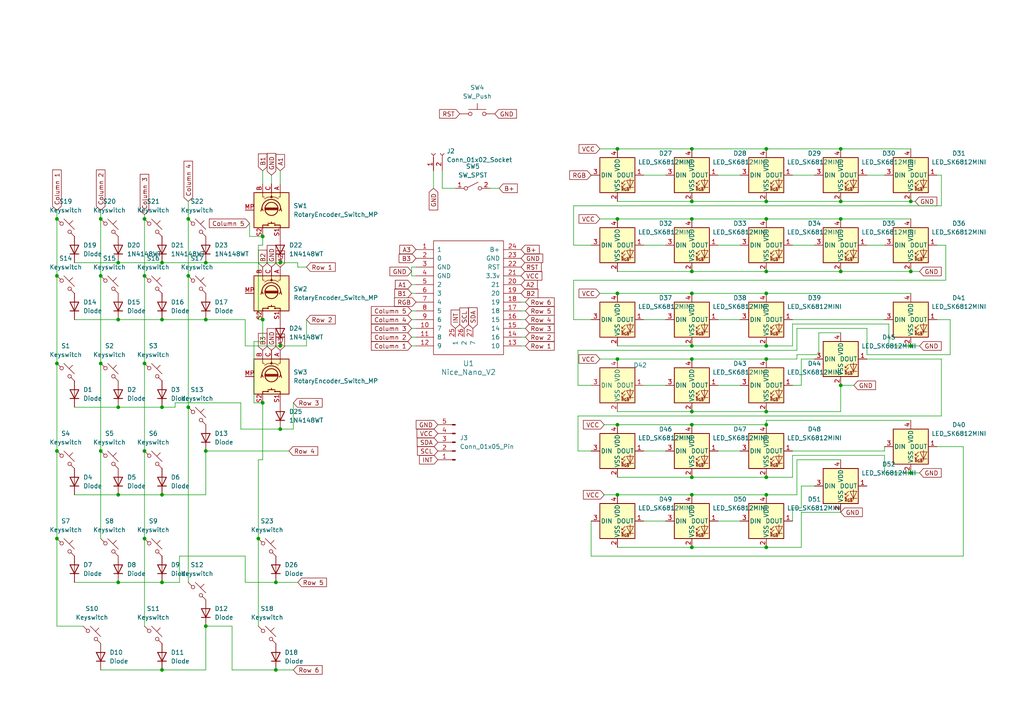
<source format=kicad_sch>
(kicad_sch (version 20231120) (generator "eeschema") (generator_version "8.0")
  (paper "A4")
  (junction (at 200.66 119.38))
  (junction (at 41.91 63.5))
  (junction (at 29.21 63.5))
  (junction (at 46.99 143.51))
  (junction (at 222.25 43.18))
  (junction (at 34.29 168.91))
  (junction (at 222.25 78.74))
  (junction (at 41.91 80.01))
  (junction (at 222.25 58.42))
  (junction (at 179.07 123.19))
  (junction (at 54.61 118.11))
  (junction (at 222.25 143.51))
  (junction (at 29.21 130.81))
  (junction (at 80.01 194.31))
  (junction (at 34.29 143.51))
  (junction (at 222.25 138.43))
  (junction (at 243.84 78.74))
  (junction (at 222.25 123.19))
  (junction (at 200.66 78.74))
  (junction (at 16.51 105.41))
  (junction (at 29.21 80.01))
  (junction (at 222.25 119.38))
  (junction (at 59.69 181.61))
  (junction (at 243.84 111.76))
  (junction (at 222.25 85.09))
  (junction (at 222.25 100.33))
  (junction (at 54.61 80.01))
  (junction (at 16.51 63.5))
  (junction (at 179.07 63.5))
  (junction (at 179.07 85.09))
  (junction (at 76.2 68.58))
  (junction (at 34.29 92.71))
  (junction (at 16.51 130.81))
  (junction (at 74.93 156.21))
  (junction (at 264.16 78.74))
  (junction (at 34.29 118.11))
  (junction (at 200.66 104.14))
  (junction (at 76.2 92.71))
  (junction (at 16.51 80.01))
  (junction (at 59.69 76.2))
  (junction (at 200.66 43.18))
  (junction (at 46.99 194.31))
  (junction (at 200.66 158.75))
  (junction (at 264.16 58.42))
  (junction (at 59.69 92.71))
  (junction (at 46.99 168.91))
  (junction (at 243.84 63.5))
  (junction (at 81.28 76.2))
  (junction (at 264.16 137.16))
  (junction (at 54.61 63.5))
  (junction (at 46.99 118.11))
  (junction (at 200.66 143.51))
  (junction (at 41.91 130.81))
  (junction (at 80.01 168.91))
  (junction (at 200.66 123.19))
  (junction (at 179.07 143.51))
  (junction (at 46.99 92.71))
  (junction (at 81.28 100.33))
  (junction (at 200.66 63.5))
  (junction (at 200.66 138.43))
  (junction (at 29.21 105.41))
  (junction (at 200.66 85.09))
  (junction (at 222.25 63.5))
  (junction (at 179.07 104.14))
  (junction (at 41.91 156.21))
  (junction (at 222.25 158.75))
  (junction (at 200.66 58.42))
  (junction (at 34.29 76.2))
  (junction (at 200.66 100.33))
  (junction (at 81.28 124.46))
  (junction (at 16.51 156.21))
  (junction (at 41.91 105.41))
  (junction (at 243.84 43.18))
  (junction (at 243.84 58.42))
  (junction (at 179.07 43.18))
  (junction (at 59.69 130.81))
  (junction (at 46.99 76.2))
  (junction (at 76.2 116.84))
  (junction (at 264.16 100.33))
  (junction (at 222.25 104.14))
  (wire (pts (xy 54.61 58.42) (xy 54.61 63.5)))
  (wire (pts (xy 69.85 116.84) (xy 50.8 116.84)))
  (wire (pts (xy 73.66 116.84) (xy 76.2 116.84)))
  (wire (pts (xy 166.37 59.69) (xy 166.37 71.12)))
  (wire (pts (xy 29.21 63.5) (xy 29.21 80.01)))
  (wire (pts (xy 256.54 130.81) (xy 256.54 129.54)))
  (wire (pts (xy 179.07 78.74) (xy 200.66 78.74)))
  (wire (pts (xy 41.91 63.5) (xy 41.91 80.01)))
  (wire (pts (xy 186.69 71.12) (xy 193.04 71.12)))
  (wire (pts (xy 152.4 100.33) (xy 151.13 100.33)))
  (wire (pts (xy 74.93 133.35) (xy 76.2 133.35)))
  (wire (pts (xy 29.21 194.31) (xy 46.99 194.31)))
  (wire (pts (xy 208.28 151.13) (xy 214.63 151.13)))
  (wire (pts (xy 46.99 92.71) (xy 59.69 92.71)))
  (wire (pts (xy 231.14 143.51) (xy 231.14 133.35)))
  (wire (pts (xy 21.59 118.11) (xy 34.29 118.11)))
  (wire (pts (xy 67.31 194.31) (xy 80.01 194.31)))
  (wire (pts (xy 74.93 156.21) (xy 74.93 181.61)))
  (wire (pts (xy 125.73 54.61) (xy 125.73 49.53)))
  (wire (pts (xy 222.25 58.42) (xy 243.84 58.42)))
  (wire (pts (xy 232.41 158.75) (xy 232.41 148.59)))
  (wire (pts (xy 243.84 78.74) (xy 264.16 78.74)))
  (wire (pts (xy 119.38 80.01) (xy 120.65 80.01)))
  (wire (pts (xy 167.64 120.65) (xy 167.64 130.81)))
  (wire (pts (xy 173.99 63.5) (xy 179.07 63.5)))
  (wire (pts (xy 237.49 102.87) (xy 237.49 96.52)))
  (wire (pts (xy 152.4 87.63) (xy 151.13 87.63)))
  (wire (pts (xy 21.59 168.91) (xy 34.29 168.91)))
  (wire (pts (xy 29.21 105.41) (xy 29.21 130.81)))
  (wire (pts (xy 34.29 143.51) (xy 46.99 143.51)))
  (wire (pts (xy 271.78 71.12) (xy 274.32 71.12)))
  (wire (pts (xy 179.07 138.43) (xy 200.66 138.43)))
  (wire (pts (xy 85.09 194.31) (xy 80.01 194.31)))
  (wire (pts (xy 229.87 147.32) (xy 229.87 151.13)))
  (wire (pts (xy 179.07 123.19) (xy 200.66 123.19)))
  (wire (pts (xy 232.41 104.14) (xy 232.41 111.76)))
  (wire (pts (xy 76.2 71.12) (xy 76.2 68.58)))
  (wire (pts (xy 166.37 81.28) (xy 166.37 92.71)))
  (wire (pts (xy 128.27 54.61) (xy 128.27 49.53)))
  (wire (pts (xy 229.87 92.71) (xy 256.54 92.71)))
  (wire (pts (xy 236.22 104.14) (xy 232.41 104.14)))
  (wire (pts (xy 222.25 119.38) (xy 243.84 119.38)))
  (wire (pts (xy 119.38 82.55) (xy 120.65 82.55)))
  (wire (pts (xy 229.87 93.98) (xy 257.81 93.98)))
  (wire (pts (xy 264.16 137.16) (xy 266.7 137.16)))
  (wire (pts (xy 119.38 92.71) (xy 120.65 92.71)))
  (wire (pts (xy 152.4 95.25) (xy 151.13 95.25)))
  (wire (pts (xy 222.25 121.92) (xy 222.25 123.19)))
  (wire (pts (xy 274.32 71.12) (xy 274.32 81.28)))
  (wire (pts (xy 179.07 58.42) (xy 200.66 58.42)))
  (wire (pts (xy 46.99 168.91) (xy 52.07 168.91)))
  (wire (pts (xy 76.2 133.35) (xy 76.2 116.84)))
  (wire (pts (xy 200.66 143.51) (xy 222.25 143.51)))
  (wire (pts (xy 273.05 50.8) (xy 273.05 59.69)))
  (wire (pts (xy 208.28 71.12) (xy 214.63 71.12)))
  (wire (pts (xy 76.2 99.06) (xy 73.66 99.06)))
  (wire (pts (xy 271.78 50.8) (xy 273.05 50.8)))
  (wire (pts (xy 59.69 92.71) (xy 71.12 92.71)))
  (wire (pts (xy 256.54 137.16) (xy 264.16 137.16)))
  (wire (pts (xy 275.59 102.87) (xy 251.46 102.87)))
  (wire (pts (xy 200.66 138.43) (xy 222.25 138.43)))
  (wire (pts (xy 179.07 43.18) (xy 200.66 43.18)))
  (wire (pts (xy 231.14 104.14) (xy 231.14 102.87)))
  (wire (pts (xy 69.85 124.46) (xy 69.85 116.84)))
  (wire (pts (xy 72.39 64.77) (xy 72.39 68.58)))
  (wire (pts (xy 152.4 97.79) (xy 151.13 97.79)))
  (wire (pts (xy 46.99 194.31) (xy 59.69 194.31)))
  (wire (pts (xy 232.41 111.76) (xy 229.87 111.76)))
  (wire (pts (xy 54.61 80.01) (xy 54.61 118.11)))
  (wire (pts (xy 273.05 104.14) (xy 251.46 104.14)))
  (wire (pts (xy 119.38 95.25) (xy 120.65 95.25)))
  (wire (pts (xy 81.28 49.53) (xy 81.28 53.34)))
  (wire (pts (xy 83.82 130.81) (xy 59.69 130.81)))
  (wire (pts (xy 81.28 124.46) (xy 69.85 124.46)))
  (wire (pts (xy 229.87 130.81) (xy 256.54 130.81)))
  (wire (pts (xy 74.93 71.12) (xy 74.93 92.71)))
  (wire (pts (xy 243.84 119.38) (xy 243.84 111.76)))
  (wire (pts (xy 243.84 58.42) (xy 264.16 58.42)))
  (wire (pts (xy 171.45 161.29) (xy 171.45 151.13)))
  (wire (pts (xy 74.93 92.71) (xy 76.2 92.71)))
  (wire (pts (xy 46.99 76.2) (xy 59.69 76.2)))
  (wire (pts (xy 186.69 151.13) (xy 193.04 151.13)))
  (wire (pts (xy 29.21 80.01) (xy 29.21 105.41)))
  (wire (pts (xy 186.69 130.81) (xy 193.04 130.81)))
  (wire (pts (xy 59.69 143.51) (xy 59.69 130.81)))
  (wire (pts (xy 222.25 104.14) (xy 231.14 104.14)))
  (wire (pts (xy 173.99 43.18) (xy 179.07 43.18)))
  (wire (pts (xy 279.4 129.54) (xy 279.4 161.29)))
  (wire (pts (xy 21.59 76.2) (xy 34.29 76.2)))
  (wire (pts (xy 52.07 161.29) (xy 71.12 161.29)))
  (wire (pts (xy 167.64 101.6) (xy 167.64 111.76)))
  (wire (pts (xy 71.12 92.71) (xy 71.12 100.33)))
  (wire (pts (xy 76.2 49.53) (xy 76.2 53.34)))
  (wire (pts (xy 257.81 93.98) (xy 257.81 100.33)))
  (wire (pts (xy 251.46 50.8) (xy 256.54 50.8)))
  (wire (pts (xy 222.25 85.09) (xy 264.16 85.09)))
  (wire (pts (xy 200.66 100.33) (xy 222.25 100.33)))
  (wire (pts (xy 41.91 130.81) (xy 41.91 156.21)))
  (wire (pts (xy 85.09 124.46) (xy 81.28 124.46)))
  (wire (pts (xy 71.12 168.91) (xy 80.01 168.91)))
  (wire (pts (xy 54.61 63.5) (xy 54.61 80.01)))
  (wire (pts (xy 200.66 158.75) (xy 222.25 158.75)))
  (wire (pts (xy 59.69 181.61) (xy 67.31 181.61)))
  (wire (pts (xy 179.07 100.33) (xy 200.66 100.33)))
  (wire (pts (xy 119.38 90.17) (xy 120.65 90.17)))
  (wire (pts (xy 229.87 50.8) (xy 236.22 50.8)))
  (wire (pts (xy 271.78 92.71) (xy 275.59 92.71)))
  (wire (pts (xy 16.51 60.96) (xy 16.51 63.5)))
  (wire (pts (xy 50.8 116.84) (xy 50.8 118.11)))
  (wire (pts (xy 80.01 168.91) (xy 86.36 168.91)))
  (wire (pts (xy 231.14 101.6) (xy 167.64 101.6)))
  (wire (pts (xy 273.05 59.69) (xy 166.37 59.69)))
  (wire (pts (xy 200.66 78.74) (xy 222.25 78.74)))
  (wire (pts (xy 200.66 104.14) (xy 222.25 104.14)))
  (wire (pts (xy 67.31 194.31) (xy 67.31 181.61)))
  (wire (pts (xy 266.7 100.33) (xy 264.16 100.33)))
  (wire (pts (xy 231.14 95.25) (xy 231.14 101.6)))
  (wire (pts (xy 222.25 138.43) (xy 229.87 138.43)))
  (wire (pts (xy 72.39 68.58) (xy 76.2 68.58)))
  (wire (pts (xy 119.38 100.33) (xy 120.65 100.33)))
  (wire (pts (xy 266.7 78.74) (xy 264.16 78.74)))
  (wire (pts (xy 16.51 181.61) (xy 24.13 181.61)))
  (wire (pts (xy 200.66 43.18) (xy 222.25 43.18)))
  (wire (pts (xy 200.66 119.38) (xy 222.25 119.38)))
  (wire (pts (xy 54.61 118.11) (xy 54.61 168.91)))
  (wire (pts (xy 222.25 78.74) (xy 243.84 78.74)))
  (wire (pts (xy 50.8 118.11) (xy 46.99 118.11)))
  (wire (pts (xy 179.07 104.14) (xy 200.66 104.14)))
  (wire (pts (xy 231.14 133.35) (xy 243.84 133.35)))
  (wire (pts (xy 237.49 96.52) (xy 243.84 96.52)))
  (wire (pts (xy 41.91 80.01) (xy 41.91 105.41)))
  (wire (pts (xy 21.59 143.51) (xy 34.29 143.51)))
  (wire (pts (xy 279.4 161.29) (xy 171.45 161.29)))
  (wire (pts (xy 119.38 77.47) (xy 119.38 80.01)))
  (wire (pts (xy 179.07 63.5) (xy 200.66 63.5)))
  (wire (pts (xy 86.36 76.2) (xy 81.28 76.2)))
  (wire (pts (xy 73.66 99.06) (xy 73.66 116.84)))
  (wire (pts (xy 29.21 130.81) (xy 29.21 156.21)))
  (wire (pts (xy 243.84 43.18) (xy 264.16 43.18)))
  (wire (pts (xy 78.74 50.8) (xy 78.74 53.34)))
  (wire (pts (xy 208.28 50.8) (xy 214.63 50.8)))
  (wire (pts (xy 232.41 140.97) (xy 232.41 147.32)))
  (wire (pts (xy 208.28 92.71) (xy 214.63 92.71)))
  (wire (pts (xy 222.25 43.18) (xy 243.84 43.18)))
  (wire (pts (xy 208.28 130.81) (xy 214.63 130.81)))
  (wire (pts (xy 256.54 132.08) (xy 256.54 137.16)))
  (wire (pts (xy 41.91 62.23) (xy 41.91 63.5)))
  (wire (pts (xy 59.69 76.2) (xy 81.28 76.2)))
  (wire (pts (xy 229.87 93.98) (xy 229.87 100.33)))
  (wire (pts (xy 257.81 100.33) (xy 264.16 100.33)))
  (wire (pts (xy 222.25 63.5) (xy 243.84 63.5)))
  (wire (pts (xy 16.51 105.41) (xy 16.51 130.81)))
  (wire (pts (xy 200.66 63.5) (xy 222.25 63.5)))
  (wire (pts (xy 274.32 81.28) (xy 166.37 81.28)))
  (wire (pts (xy 275.59 92.71) (xy 275.59 102.87)))
  (wire (pts (xy 179.07 143.51) (xy 200.66 143.51)))
  (wire (pts (xy 34.29 118.11) (xy 46.99 118.11)))
  (wire (pts (xy 132.08 54.61) (xy 128.27 54.61)))
  (wire (pts (xy 86.36 77.47) (xy 88.9 77.47)))
  (wire (pts (xy 88.9 100.33) (xy 88.9 92.71)))
  (wire (pts (xy 173.99 104.14) (xy 179.07 104.14)))
  (wire (pts (xy 119.38 85.09) (xy 120.65 85.09)))
  (wire (pts (xy 251.46 95.25) (xy 231.14 95.25)))
  (wire (pts (xy 231.14 102.87) (xy 237.49 102.87)))
  (wire (pts (xy 16.51 80.01) (xy 16.51 105.41)))
  (wire (pts (xy 264.16 121.92) (xy 222.25 121.92)))
  (wire (pts (xy 229.87 71.12) (xy 236.22 71.12)))
  (wire (pts (xy 251.46 102.87) (xy 251.46 95.25)))
  (wire (pts (xy 222.25 158.75) (xy 232.41 158.75)))
  (wire (pts (xy 208.28 111.76) (xy 214.63 111.76)))
  (wire (pts (xy 21.59 92.71) (xy 34.29 92.71)))
  (wire (pts (xy 229.87 138.43) (xy 229.87 132.08)))
  (wire (pts (xy 85.09 116.84) (xy 85.09 124.46)))
  (wire (pts (xy 74.93 71.12) (xy 76.2 71.12)))
  (wire (pts (xy 171.45 71.12) (xy 166.37 71.12)))
  (wire (pts (xy 120.65 77.47) (xy 119.38 77.47)))
  (wire (pts (xy 251.46 71.12) (xy 256.54 71.12)))
  (wire (pts (xy 222.25 143.51) (xy 231.14 143.51)))
  (wire (pts (xy 186.69 111.76) (xy 193.04 111.76)))
  (wire (pts (xy 41.91 105.41) (xy 41.91 130.81)))
  (wire (pts (xy 142.24 54.61) (xy 144.78 54.61)))
  (wire (pts (xy 179.07 119.38) (xy 200.66 119.38)))
  (wire (pts (xy 264.16 58.42) (xy 265.43 58.42)))
  (wire (pts (xy 52.07 168.91) (xy 52.07 161.29)))
  (wire (pts (xy 175.26 123.19) (xy 179.07 123.19)))
  (wire (pts (xy 200.66 123.19) (xy 222.25 123.19)))
  (wire (pts (xy 236.22 140.97) (xy 232.41 140.97)))
  (wire (pts (xy 46.99 143.51) (xy 59.69 143.51)))
  (wire (pts (xy 152.4 92.71) (xy 151.13 92.71)))
  (wire (pts (xy 16.51 63.5) (xy 16.51 80.01)))
  (wire (pts (xy 86.36 77.47) (xy 86.36 76.2)))
  (wire (pts (xy 222.25 100.33) (xy 229.87 100.33)))
  (wire (pts (xy 81.28 100.33) (xy 88.9 100.33)))
  (wire (pts (xy 34.29 92.71) (xy 46.99 92.71)))
  (wire (pts (xy 167.64 130.81) (xy 171.45 130.81)))
  (wire (pts (xy 71.12 100.33) (xy 81.28 100.33)))
  (wire (pts (xy 243.84 63.5) (xy 264.16 63.5)))
  (wire (pts (xy 179.07 85.09) (xy 173.99 85.09)))
  (wire (pts (xy 34.29 168.91) (xy 46.99 168.91)))
  (wire (pts (xy 74.93 156.21) (xy 74.93 133.35)))
  (wire (pts (xy 16.51 130.81) (xy 16.51 156.21)))
  (wire (pts (xy 59.69 194.31) (xy 59.69 181.61)))
  (wire (pts (xy 41.91 156.21) (xy 41.91 181.61)))
  (wire (pts (xy 119.38 97.79) (xy 120.65 97.79)))
  (wire (pts (xy 243.84 111.76) (xy 247.65 111.76)))
  (wire (pts (xy 222.25 85.09) (xy 200.66 85.09)))
  (wire (pts (xy 166.37 92.71) (xy 171.45 92.71)))
  (wire (pts (xy 171.45 111.76) (xy 167.64 111.76)))
  (wire (pts (xy 34.29 76.2) (xy 46.99 76.2)))
  (wire (pts (xy 200.66 85.09) (xy 179.07 85.09)))
  (wire (pts (xy 271.78 129.54) (xy 279.4 129.54)))
  (wire (pts (xy 186.69 92.71) (xy 193.04 92.71)))
  (wire (pts (xy 71.12 161.29) (xy 71.12 168.91)))
  (wire (pts (xy 232.41 148.59) (xy 243.84 148.59)))
  (wire (pts (xy 273.05 104.14) (xy 273.05 120.65)))
  (wire (pts (xy 76.2 92.71) (xy 76.2 99.06)))
  (wire (pts (xy 200.66 58.42) (xy 222.25 58.42)))
  (wire (pts (xy 179.07 158.75) (xy 200.66 158.75)))
  (wire (pts (xy 186.69 50.8) (xy 193.04 50.8)))
  (wire (pts (xy 29.21 60.96) (xy 29.21 63.5)))
  (wire (pts (xy 175.26 143.51) (xy 179.07 143.51)))
  (wire (pts (xy 229.87 132.08) (xy 256.54 132.08)))
  (wire (pts (xy 232.41 147.32) (xy 229.87 147.32)))
  (wire (pts (xy 273.05 120.65) (xy 167.64 120.65)))
  (wire (pts (xy 16.51 156.21) (xy 16.51 181.61)))
  (wire (pts (xy 152.4 90.17) (xy 151.13 90.17)))
  (global_label "Column 3" (shape input) (at 41.91 62.23 90) (property "Intersheetrefs" "${INTERSHEET_REFS}" (effects (hide yes))))
  (global_label "VCC" (shape input) (at 151.13 80.01 0) (property "Intersheetrefs" "${INTERSHEET_REFS}" (effects (hide yes))))
  (global_label "B1" (shape input) (at 119.38 85.09 180) (property "Intersheetrefs" "${INTERSHEET_REFS}" (effects (hide yes))))
  (global_label "B1" (shape input) (at 76.2 49.53 90) (property "Intersheetrefs" "${INTERSHEET_REFS}" (effects (hide yes))))
  (global_label "Column 3" (shape input) (at 119.38 95.25 180) (property "Intersheetrefs" "${INTERSHEET_REFS}" (effects (hide yes))))
  (global_label "Column 2" (shape input) (at 119.38 97.79 180) (property "Intersheetrefs" "${INTERSHEET_REFS}" (effects (hide yes))))
  (global_label "SDA" (shape input) (at 127 128.27 180) (property "Intersheetrefs" "${INTERSHEET_REFS}" (effects (hide yes))))
  (global_label "Row 5" (shape input) (at 152.4 90.17 0) (property "Intersheetrefs" "${INTERSHEET_REFS}" (effects (hide yes))))
  (global_label "GND" (shape input) (at 78.74 50.8 90) (property "Intersheetrefs" "${INTERSHEET_REFS}" (effects (hide yes))))
  (global_label "INT" (shape input) (at 132.08 95.25 90) (property "Intersheetrefs" "${INTERSHEET_REFS}" (effects (hide yes))))
  (global_label "VCC" (shape input) (at 173.99 104.14 180) (property "Intersheetrefs" "${INTERSHEET_REFS}" (effects (hide yes))))
  (global_label "Column 4" (shape input) (at 119.38 92.71 180) (property "Intersheetrefs" "${INTERSHEET_REFS}" (effects (hide yes))))
  (global_label "Row 1" (shape input) (at 152.4 100.33 0) (property "Intersheetrefs" "${INTERSHEET_REFS}" (effects (hide yes))))
  (global_label "SCL" (shape input) (at 127 130.81 180) (property "Intersheetrefs" "${INTERSHEET_REFS}" (effects (hide yes))))
  (global_label "GND" (shape input) (at 265.43 58.42 0) (property "Intersheetrefs" "${INTERSHEET_REFS}" (effects (hide yes))))
  (global_label "Row 1" (shape input) (at 88.9 77.47 0) (property "Intersheetrefs" "${INTERSHEET_REFS}" (effects (hide yes))))
  (global_label "Row 3" (shape input) (at 152.4 95.25 0) (property "Intersheetrefs" "${INTERSHEET_REFS}" (effects (hide yes))))
  (global_label "Column 2" (shape input) (at 29.21 60.96 90) (property "Intersheetrefs" "${INTERSHEET_REFS}" (effects (hide yes))))
  (global_label "Row 4" (shape input) (at 152.4 92.71 0) (property "Intersheetrefs" "${INTERSHEET_REFS}" (effects (hide yes))))
  (global_label "GND" (shape input) (at 125.73 54.61 270) (property "Intersheetrefs" "${INTERSHEET_REFS}" (effects (hide yes))))
  (global_label "A3" (shape input) (at 81.28 101.6 90) (property "Intersheetrefs" "${INTERSHEET_REFS}" (effects (hide yes))))
  (global_label "RST" (shape input) (at 151.13 77.47 0) (property "Intersheetrefs" "${INTERSHEET_REFS}" (effects (hide yes))))
  (global_label "B2" (shape input) (at 151.13 85.09 0) (property "Intersheetrefs" "${INTERSHEET_REFS}" (effects (hide yes))))
  (global_label "Column 5" (shape input) (at 72.39 64.77 180) (property "Intersheetrefs" "${INTERSHEET_REFS}" (effects (hide yes))))
  (global_label "B+" (shape input) (at 144.78 54.61 0) (property "Intersheetrefs" "${INTERSHEET_REFS}" (effects (hide yes))))
  (global_label "Column 1" (shape input) (at 119.38 100.33 180) (property "Intersheetrefs" "${INTERSHEET_REFS}" (effects (hide yes))))
  (global_label "INT" (shape input) (at 127 133.35 180) (property "Intersheetrefs" "${INTERSHEET_REFS}" (effects (hide yes))))
  (global_label "Row 2" (shape input) (at 152.4 97.79 0) (property "Intersheetrefs" "${INTERSHEET_REFS}" (effects (hide yes))))
  (global_label "B3" (shape input) (at 120.65 74.93 180) (property "Intersheetrefs" "${INTERSHEET_REFS}" (effects (hide yes))))
  (global_label "B+" (shape input) (at 151.13 72.39 0) (property "Intersheetrefs" "${INTERSHEET_REFS}" (effects (hide yes))))
  (global_label "GND" (shape input) (at 127 123.19 180) (property "Intersheetrefs" "${INTERSHEET_REFS}" (effects (hide yes))))
  (global_label "VCC" (shape input) (at 173.99 43.18 180) (property "Intersheetrefs" "${INTERSHEET_REFS}" (effects (hide yes))))
  (global_label "VCC" (shape input) (at 127 125.73 180) (property "Intersheetrefs" "${INTERSHEET_REFS}" (effects (hide yes))))
  (global_label "GND" (shape input) (at 78.74 101.6 90) (property "Intersheetrefs" "${INTERSHEET_REFS}" (effects (hide yes))))
  (global_label "A1" (shape input) (at 119.38 82.55 180) (property "Intersheetrefs" "${INTERSHEET_REFS}" (effects (hide yes))))
  (global_label "Row 6" (shape input) (at 85.09 194.31 0) (property "Intersheetrefs" "${INTERSHEET_REFS}" (effects (hide yes))))
  (global_label "Row 5" (shape input) (at 86.36 168.91 0) (property "Intersheetrefs" "${INTERSHEET_REFS}" (effects (hide yes))))
  (global_label "B3" (shape input) (at 76.2 101.6 90) (property "Intersheetrefs" "${INTERSHEET_REFS}" (effects (hide yes))))
  (global_label "RST" (shape input) (at 133.35 33.02 180) (property "Intersheetrefs" "${INTERSHEET_REFS}" (effects (hide yes))))
  (global_label "Row 3" (shape input) (at 85.09 116.84 0) (property "Intersheetrefs" "${INTERSHEET_REFS}" (effects (hide yes))))
  (global_label "GND" (shape input) (at 143.51 33.02 0) (property "Intersheetrefs" "${INTERSHEET_REFS}" (effects (hide yes))))
  (global_label "GND" (shape input) (at 266.7 100.33 0) (property "Intersheetrefs" "${INTERSHEET_REFS}" (effects (hide yes))))
  (global_label "GND" (shape input) (at 266.7 137.16 0) (property "Intersheetrefs" "${INTERSHEET_REFS}" (effects (hide yes))))
  (global_label "SCL" (shape input) (at 134.62 95.25 90) (property "Intersheetrefs" "${INTERSHEET_REFS}" (effects (hide yes))))
  (global_label "RGB" (shape input) (at 120.65 87.63 180) (property "Intersheetrefs" "${INTERSHEET_REFS}" (effects (hide yes))))
  (global_label "Column 4" (shape input) (at 54.61 58.42 90) (property "Intersheetrefs" "${INTERSHEET_REFS}" (effects (hide yes))))
  (global_label "RGB" (shape input) (at 171.45 50.8 180) (property "Intersheetrefs" "${INTERSHEET_REFS}" (effects (hide yes))))
  (global_label "GND" (shape input) (at 247.65 111.76 0) (property "Intersheetrefs" "${INTERSHEET_REFS}" (effects (hide yes))))
  (global_label "B2" (shape input) (at 76.2 77.47 90) (property "Intersheetrefs" "${INTERSHEET_REFS}" (effects (hide yes))))
  (global_label "GND" (shape input) (at 78.74 77.47 90) (property "Intersheetrefs" "${INTERSHEET_REFS}" (effects (hide yes))))
  (global_label "A3" (shape input) (at 120.65 72.39 180) (property "Intersheetrefs" "${INTERSHEET_REFS}" (effects (hide yes))))
  (global_label "Column 5" (shape input) (at 119.38 90.17 180) (property "Intersheetrefs" "${INTERSHEET_REFS}" (effects (hide yes))))
  (global_label "Row 2" (shape input) (at 88.9 92.71 0) (property "Intersheetrefs" "${INTERSHEET_REFS}" (effects (hide yes))))
  (global_label "GND" (shape input) (at 119.38 78.74 180) (property "Intersheetrefs" "${INTERSHEET_REFS}" (effects (hide yes))))
  (global_label "GND" (shape input) (at 243.84 148.59 0) (property "Intersheetrefs" "${INTERSHEET_REFS}" (effects (hide yes))))
  (global_label "VCC" (shape input) (at 175.26 123.19 180) (property "Intersheetrefs" "${INTERSHEET_REFS}" (effects (hide yes))))
  (global_label "A2" (shape input) (at 81.28 77.47 90) (property "Intersheetrefs" "${INTERSHEET_REFS}" (effects (hide yes))))
  (global_label "GND" (shape input) (at 266.7 78.74 0) (property "Intersheetrefs" "${INTERSHEET_REFS}" (effects (hide yes))))
  (global_label "GND" (shape input) (at 151.13 74.93 0) (property "Intersheetrefs" "${INTERSHEET_REFS}" (effects (hide yes))))
  (global_label "Row 4" (shape input) (at 83.82 130.81 0) (property "Intersheetrefs" "${INTERSHEET_REFS}" (effects (hide yes))))
  (global_label "A2" (shape input) (at 151.13 82.55 0) (property "Intersheetrefs" "${INTERSHEET_REFS}" (effects (hide yes))))
  (global_label "Column 1" (shape input) (at 16.51 60.96 90) (property "Intersheetrefs" "${INTERSHEET_REFS}" (effects (hide yes))))
  (global_label "VCC" (shape input) (at 173.99 85.09 180) (property "Intersheetrefs" "${INTERSHEET_REFS}" (effects (hide yes))))
  (global_label "Row 6" (shape input) (at 152.4 87.63 0) (property "Intersheetrefs" "${INTERSHEET_REFS}" (effects (hide yes))))
  (global_label "A1" (shape input) (at 81.28 49.53 90) (property "Intersheetrefs" "${INTERSHEET_REFS}" (effects (hide yes))))
  (global_label "SDA" (shape input) (at 137.16 95.25 90) (property "Intersheetrefs" "${INTERSHEET_REFS}" (effects (hide yes))))
  (global_label "VCC" (shape input) (at 175.26 143.51 180) (property "Intersheetrefs" "${INTERSHEET_REFS}" (effects (hide yes))))
  (global_label "VCC" (shape input) (at 173.99 63.5 180) (property "Intersheetrefs" "${INTERSHEET_REFS}" (effects (hide yes))))
  (symbol (lib_id "ScottoKeebs:Placeholder_Keyswitch") (at 77.47 158.75 0) (unit 1)
    (property "Reference" "S23" (at 77.47 151.13 0))
    (property "Value" "Keyswitch" (at 77.47 153.67 0))
    (property "Footprint" "Button_Switch_Keyboard:SW_Cherry_MX_1.00u_PCB" (effects (hide yes)))
    (property "Description" "Push button switch, normally open, two pins, 45° tilted" (effects (hide yes)))
  )
  (symbol (lib_id "ScottoKeebs:LED_SK6812MINI") (at 222.25 111.76 0) (unit 1)
    (property "Reference" "D44" (at 236.22 105.4414 0))
    (property "Value" "LED_SK6812MINI" (at 236.22 107.9814 0))
    (property "Footprint" "LED_SMD:LED_SK6812MINI_PLCC4_3.5x3.5mm_P1.75mm" (effects (hide yes)))
    (property "Datasheet" "https://cdn-shop.adafruit.com/product-files/2686/SK6812MINI_REV.01-1-2.pdf" (effects (hide yes)))
    (property "Description" "RGB LED with integrated controller" (effects (hide yes)))
  )
  (symbol (lib_id "ScottoKeebs:LED_SK6812MINI") (at 179.07 50.8 0) (unit 1)
    (property "Reference" "D27" (at 193.04 44.4814 0))
    (property "Value" "LED_SK6812MINI" (at 193.04 47.0214 0))
    (property "Footprint" "LED_SMD:LED_SK6812MINI_PLCC4_3.5x3.5mm_P1.75mm" (effects (hide yes)))
    (property "Datasheet" "https://cdn-shop.adafruit.com/product-files/2686/SK6812MINI_REV.01-1-2.pdf" (effects (hide yes)))
    (property "Description" "RGB LED with integrated controller" (effects (hide yes)))
  )
  (symbol (lib_id "ScottoKeebs:Placeholder_Diode") (at 59.69 127 90) (unit 1)
    (property "Reference" "D13" (at 62.23 125.7299 90) (effects (justify right)))
    (property "Value" "Diode" (at 62.23 128.2699 90) (effects (justify right)))
    (property "Footprint" "Diode_SMD:D_SOD-123" (effects (hide yes)))
    (property "Description" "1N4148 (DO-35) or 1N4148W (SOD-123)" (effects (hide yes)))
    (property "Sim.Device" "D" (effects (hide yes)))
    (property "Sim.Pins" "1=K 2=A" (effects (hide yes)))
  )
  (symbol (lib_id "Diode:1N4148WT") (at 81.28 72.39 90) (unit 1)
    (property "Reference" "D22" (at 83.82 71.1199 90) (effects (justify right)))
    (property "Value" "1N4148WT" (at 83.82 73.6599 90) (effects (justify right)))
    (property "Footprint" "Diode_SMD:D_SOD-123" (effects (hide yes)))
    (property "Datasheet" "https://www.diodes.com/assets/Datasheets/ds30396.pdf" (effects (hide yes)))
    (property "Description" "75V 0.15A Fast switching Diode, SOD-523" (effects (hide yes)))
    (property "Sim.Device" "D" (effects (hide yes)))
    (property "Sim.Pins" "1=K 2=A" (effects (hide yes)))
  )
  (symbol (lib_id "Connector:Conn_01x05_Pin") (at 132.08 128.27 180) (unit 1)
    (property "Reference" "J3" (at 133.35 126.9999 0) (effects (justify right)))
    (property "Value" "Conn_01x05_Pin" (at 133.35 129.5399 0) (effects (justify right)))
    (property "Footprint" "Connector_JST:JST_EH_S5B-EH_1x05_P2.50mm_Horizontal" (effects (hide yes)))
    (property "Description" "Generic connector, single row, 01x05, script generated" (effects (hide yes)))
  )
  (symbol (lib_id "Device:RotaryEncoder_Switch_MP") (at 78.74 60.96 270) (unit 1)
    (property "Reference" "SW1" (at 85.09 59.6899 90) (effects (justify left)))
    (property "Value" "RotaryEncoder_Switch_MP" (at 85.09 62.2299 90) (effects (justify left)))
    (property "Footprint" "Rotary_Encoder:RotaryEncoder_Alps_EC11E-Switch_Vertical_H20mm" (effects (hide yes)))
    (property "Description" "Rotary encoder, dual channel, incremental quadrate outputs, with switch and MP Pin" (effects (hide yes)))
  )
  (symbol (lib_id "ScottoKeebs:LED_SK6812MINI") (at 200.66 92.71 0) (unit 1)
    (property "Reference" "D38" (at 214.63 86.3914 0))
    (property "Value" "LED_SK6812MINI" (at 214.63 88.9314 0))
    (property "Footprint" "LED_SMD:LED_SK6812MINI_PLCC4_3.5x3.5mm_P1.75mm" (effects (hide yes)))
    (property "Datasheet" "https://cdn-shop.adafruit.com/product-files/2686/SK6812MINI_REV.01-1-2.pdf" (effects (hide yes)))
    (property "Description" "RGB LED with integrated controller" (effects (hide yes)))
  )
  (symbol (lib_id "ScottoKeebs:Placeholder_Diode") (at 34.29 165.1 90) (unit 1)
    (property "Reference" "D8" (at 36.83 163.8299 90) (effects (justify right)))
    (property "Value" "Diode" (at 36.83 166.3699 90) (effects (justify right)))
    (property "Footprint" "Diode_SMD:D_SOD-123" (effects (hide yes)))
    (property "Description" "1N4148 (DO-35) or 1N4148W (SOD-123)" (effects (hide yes)))
    (property "Sim.Device" "D" (effects (hide yes)))
    (property "Sim.Pins" "1=K 2=A" (effects (hide yes)))
  )
  (symbol (lib_id "ScottoKeebs:LED_SK6812MINI") (at 179.07 92.71 0) (unit 1)
    (property "Reference" "D37" (at 193.04 86.3914 0))
    (property "Value" "LED_SK6812MINI" (at 193.04 88.9314 0))
    (property "Footprint" "LED_SMD:LED_SK6812MINI_PLCC4_3.5x3.5mm_P1.75mm" (effects (hide yes)))
    (property "Datasheet" "https://cdn-shop.adafruit.com/product-files/2686/SK6812MINI_REV.01-1-2.pdf" (effects (hide yes)))
    (property "Description" "RGB LED with integrated controller" (effects (hide yes)))
  )
  (symbol (lib_id "ScottoKeebs:Placeholder_Keyswitch") (at 19.05 66.04 0) (unit 1)
    (property "Reference" "S19" (at 19.05 58.42 0))
    (property "Value" "Keyswitch" (at 19.05 60.96 0))
    (property "Footprint" "Button_Switch_Keyboard:SW_Cherry_MX_1.00u_PCB" (effects (hide yes)))
    (property "Description" "Push button switch, normally open, two pins, 45° tilted" (effects (hide yes)))
  )
  (symbol (lib_id "ScottoKeebs:LED_SK6812MINI") (at 200.66 71.12 0) (unit 1)
    (property "Reference" "D33" (at 214.63 64.8014 0))
    (property "Value" "LED_SK6812MINI" (at 214.63 67.3414 0))
    (property "Footprint" "LED_SMD:LED_SK6812MINI_PLCC4_3.5x3.5mm_P1.75mm" (effects (hide yes)))
    (property "Datasheet" "https://cdn-shop.adafruit.com/product-files/2686/SK6812MINI_REV.01-1-2.pdf" (effects (hide yes)))
    (property "Description" "RGB LED with integrated controller" (effects (hide yes)))
  )
  (symbol (lib_id "ScottoKeebs:Placeholder_Keyswitch") (at 57.15 66.04 0) (unit 1)
    (property "Reference" "S22" (at 57.15 58.42 0))
    (property "Value" "Keyswitch" (at 57.15 60.96 0))
    (property "Footprint" "Button_Switch_Keyboard:SW_Cherry_MX_1.00u_PCB" (effects (hide yes)))
    (property "Description" "Push button switch, normally open, two pins, 45° tilted" (effects (hide yes)))
  )
  (symbol (lib_id "ScottoKeebs:Placeholder_Diode") (at 59.69 88.9 90) (unit 1)
    (property "Reference" "D17" (at 62.23 87.6299 90) (effects (justify right)))
    (property "Value" "Diode" (at 62.23 90.1699 90) (effects (justify right)))
    (property "Footprint" "Diode_SMD:D_SOD-123" (effects (hide yes)))
    (property "Description" "1N4148 (DO-35) or 1N4148W (SOD-123)" (effects (hide yes)))
    (property "Sim.Device" "D" (effects (hide yes)))
    (property "Sim.Pins" "1=K 2=A" (effects (hide yes)))
  )
  (symbol (lib_id "ScottoKeebs:Placeholder_Diode") (at 21.59 72.39 90) (unit 1)
    (property "Reference" "D19" (at 24.13 71.1199 90) (effects (justify right)))
    (property "Value" "Diode" (at 24.13 73.6599 90) (effects (justify right)))
    (property "Footprint" "Diode_SMD:D_SOD-123" (effects (hide yes)))
    (property "Description" "1N4148 (DO-35) or 1N4148W (SOD-123)" (effects (hide yes)))
    (property "Sim.Device" "D" (effects (hide yes)))
    (property "Sim.Pins" "1=K 2=A" (effects (hide yes)))
  )
  (symbol (lib_id "ScottoKeebs:Placeholder_Diode") (at 46.99 139.7 90) (unit 1)
    (property "Reference" "D6" (at 49.53 138.4299 90) (effects (justify right)))
    (property "Value" "Diode" (at 49.53 140.9699 90) (effects (justify right)))
    (property "Footprint" "Diode_SMD:D_SOD-123" (effects (hide yes)))
    (property "Description" "1N4148 (DO-35) or 1N4148W (SOD-123)" (effects (hide yes)))
    (property "Sim.Device" "D" (effects (hide yes)))
    (property "Sim.Pins" "1=K 2=A" (effects (hide yes)))
  )
  (symbol (lib_id "Connector:Conn_01x02_Socket") (at 125.73 44.45 90) (unit 1)
    (property "Reference" "J2" (at 129.54 43.8149 90) (effects (justify right)))
    (property "Value" "Conn_01x02_Socket" (at 129.54 46.3549 90) (effects (justify right)))
    (property "Footprint" "Connector_JST:JST_EH_S2B-EH_1x02_P2.50mm_Horizontal" (effects (hide yes)))
    (property "Description" "Generic connector, single row, 01x02, script generated" (effects (hide yes)))
  )
  (symbol (lib_id "ScottoKeebs:Placeholder_Diode") (at 34.29 114.3 90) (unit 1)
    (property "Reference" "D2" (at 36.83 113.0299 90) (effects (justify right)))
    (property "Value" "Diode" (at 36.83 115.5699 90) (effects (justify right)))
    (property "Footprint" "Diode_SMD:D_SOD-123" (effects (hide yes)))
    (property "Description" "1N4148 (DO-35) or 1N4148W (SOD-123)" (effects (hide yes)))
    (property "Sim.Device" "D" (effects (hide yes)))
    (property "Sim.Pins" "1=K 2=A" (effects (hide yes)))
  )
  (symbol (lib_id "ScottoKeebs:LED_SK6812MINI") (at 243.84 71.12 0) (unit 1)
    (property "Reference" "D35" (at 257.81 64.8014 0))
    (property "Value" "LED_SK6812MINI" (at 257.81 67.3414 0))
    (property "Footprint" "LED_SMD:LED_SK6812MINI_PLCC4_3.5x3.5mm_P1.75mm" (effects (hide yes)))
    (property "Datasheet" "https://cdn-shop.adafruit.com/product-files/2686/SK6812MINI_REV.01-1-2.pdf" (effects (hide yes)))
    (property "Description" "RGB LED with integrated controller" (effects (hide yes)))
  )
  (symbol (lib_id "ScottoKeebs:LED_SK6812MINI") (at 179.07 151.13 0) (unit 1)
    (property "Reference" "D49" (at 193.04 144.8114 0))
    (property "Value" "LED_SK6812MINI" (at 193.04 147.3514 0))
    (property "Footprint" "LED_SMD:LED_SK6812MINI_PLCC4_3.5x3.5mm_P1.75mm" (effects (hide yes)))
    (property "Datasheet" "https://cdn-shop.adafruit.com/product-files/2686/SK6812MINI_REV.01-1-2.pdf" (effects (hide yes)))
    (property "Description" "RGB LED with integrated controller" (effects (hide yes)))
  )
  (symbol (lib_id "ScottoKeebs:LED_SK6812MINI") (at 243.84 50.8 0) (unit 1)
    (property "Reference" "D30" (at 257.81 44.4814 0))
    (property "Value" "LED_SK6812MINI" (at 257.81 47.0214 0))
    (property "Footprint" "LED_SMD:LED_SK6812MINI_PLCC4_3.5x3.5mm_P1.75mm" (effects (hide yes)))
    (property "Datasheet" "https://cdn-shop.adafruit.com/product-files/2686/SK6812MINI_REV.01-1-2.pdf" (effects (hide yes)))
    (property "Description" "RGB LED with integrated controller" (effects (hide yes)))
  )
  (symbol (lib_id "ScottoKeebs:Placeholder_Keyswitch") (at 44.45 158.75 0) (unit 1)
    (property "Reference" "S9" (at 44.45 151.13 0))
    (property "Value" "Keyswitch" (at 44.45 153.67 0))
    (property "Footprint" "Button_Switch_Keyboard:SW_Cherry_MX_1.00u_PCB" (effects (hide yes)))
    (property "Description" "Push button switch, normally open, two pins, 45° tilted" (effects (hide yes)))
  )
  (symbol (lib_id "ScottoKeebs:LED_SK6812MINI") (at 264.16 71.12 0) (unit 1)
    (property "Reference" "D36" (at 278.13 64.8014 0))
    (property "Value" "LED_SK6812MINI" (at 278.13 67.3414 0))
    (property "Footprint" "LED_SMD:LED_SK6812MINI_PLCC4_3.5x3.5mm_P1.75mm" (effects (hide yes)))
    (property "Datasheet" "https://cdn-shop.adafruit.com/product-files/2686/SK6812MINI_REV.01-1-2.pdf" (effects (hide yes)))
    (property "Description" "RGB LED with integrated controller" (effects (hide yes)))
  )
  (symbol (lib_id "ScottoKeebs:LED_SK6812MINI") (at 179.07 71.12 0) (unit 1)
    (property "Reference" "D32" (at 193.04 64.8014 0))
    (property "Value" "LED_SK6812MINI" (at 193.04 67.3414 0))
    (property "Footprint" "LED_SMD:LED_SK6812MINI_PLCC4_3.5x3.5mm_P1.75mm" (effects (hide yes)))
    (property "Datasheet" "https://cdn-shop.adafruit.com/product-files/2686/SK6812MINI_REV.01-1-2.pdf" (effects (hide yes)))
    (property "Description" "RGB LED with integrated controller" (effects (hide yes)))
  )
  (symbol (lib_id "ScottoKeebs:Placeholder_Diode") (at 46.99 190.5 90) (unit 1)
    (property "Reference" "D11" (at 49.53 189.2299 90) (effects (justify right)))
    (property "Value" "Diode" (at 49.53 191.7699 90) (effects (justify right)))
    (property "Footprint" "Diode_SMD:D_SOD-123" (effects (hide yes)))
    (property "Description" "1N4148 (DO-35) or 1N4148W (SOD-123)" (effects (hide yes)))
    (property "Sim.Device" "D" (effects (hide yes)))
    (property "Sim.Pins" "1=K 2=A" (effects (hide yes)))
  )
  (symbol (lib_id "ScottoKeebs:LED_SK6812MINI") (at 179.07 111.76 0) (unit 1)
    (property "Reference" "D42" (at 185.674 105.918 0))
    (property "Value" "LED_SK6812MINI" (effects (hide yes)))
    (property "Footprint" "LED_SMD:LED_SK6812MINI_PLCC4_3.5x3.5mm_P1.75mm" (effects (hide yes)))
    (property "Datasheet" "https://cdn-shop.adafruit.com/product-files/2686/SK6812MINI_REV.01-1-2.pdf" (effects (hide yes)))
    (property "Description" "RGB LED with integrated controller" (effects (hide yes)))
  )
  (symbol (lib_id "ScottoKeebs:Placeholder_Diode") (at 29.21 190.5 90) (unit 1)
    (property "Reference" "D10" (at 31.75 189.2299 90) (effects (justify right)))
    (property "Value" "Diode" (at 31.75 191.7699 90) (effects (justify right)))
    (property "Footprint" "Diode_SMD:D_SOD-123" (effects (hide yes)))
    (property "Description" "1N4148 (DO-35) or 1N4148W (SOD-123)" (effects (hide yes)))
    (property "Sim.Device" "D" (effects (hide yes)))
    (property "Sim.Pins" "1=K 2=A" (effects (hide yes)))
  )
  (symbol (lib_id "Diode:1N4148WT") (at 34.29 72.39 90) (unit 1)
    (property "Reference" "D20" (at 36.83 71.1199 90) (effects (justify right)))
    (property "Value" "1N4148WT" (at 36.83 73.6599 90) (effects (justify right)))
    (property "Footprint" "Diode_SMD:D_SOD-123" (effects (hide yes)))
    (property "Datasheet" "https://www.diodes.com/assets/Datasheets/ds30396.pdf" (effects (hide yes)))
    (property "Description" "75V 0.15A Fast switching Diode, SOD-523" (effects (hide yes)))
    (property "Sim.Device" "D" (effects (hide yes)))
    (property "Sim.Pins" "1=K 2=A" (effects (hide yes)))
  )
  (symbol (lib_id "Device:RotaryEncoder_Switch_MP") (at 78.74 85.09 270) (unit 1)
    (property "Reference" "SW2" (at 85.09 83.8199 90) (effects (justify left)))
    (property "Value" "RotaryEncoder_Switch_MP" (at 85.09 86.3599 90) (effects (justify left)))
    (property "Footprint" "Rotary_Encoder:RotaryEncoder_Alps_EC11E-Switch_Vertical_H20mm" (effects (hide yes)))
    (property "Description" "Rotary encoder, dual channel, incremental quadrate outputs, with switch and MP Pin" (effects (hide yes)))
  )
  (symbol (lib_id "Switch:SW_Push") (at 138.43 33.02 0) (unit 1)
    (property "Reference" "SW4" (at 138.43 25.4 0))
    (property "Value" "SW_Push" (at 138.43 27.94 0))
    (property "Footprint" "ScottoKeebs_Components:Button_MJTP1243" (effects (hide yes)))
    (property "Description" "Push button switch, generic, two pins" (effects (hide yes)))
  )
  (symbol (lib_id "ScottoKeebs:Placeholder_Diode") (at 80.01 165.1 90) (unit 1)
    (property "Reference" "D26" (at 82.55 163.8299 90) (effects (justify right)))
    (property "Value" "Diode" (at 82.55 166.3699 90) (effects (justify right)))
    (property "Footprint" "Diode_SMD:D_SOD-123" (effects (hide yes)))
    (property "Description" "1N4148 (DO-35) or 1N4148W (SOD-123)" (effects (hide yes)))
    (property "Sim.Device" "D" (effects (hide yes)))
    (property "Sim.Pins" "1=K 2=A" (effects (hide yes)))
  )
  (symbol (lib_id "ScottoKeebs:Placeholder_Diode") (at 21.59 139.7 90) (unit 1)
    (property "Reference" "D4" (at 24.13 138.4299 90) (effects (justify right)))
    (property "Value" "Diode" (at 24.13 140.9699 90) (effects (justify right)))
    (property "Footprint" "Diode_SMD:D_SOD-123" (effects (hide yes)))
    (property "Description" "1N4148 (DO-35) or 1N4148W (SOD-123)" (effects (hide yes)))
    (property "Sim.Device" "D" (effects (hide yes)))
    (property "Sim.Pins" "1=K 2=A" (effects (hide yes)))
  )
  (symbol (lib_id "ScottoKeebs:Placeholder_Keyswitch") (at 31.75 66.04 0) (unit 1)
    (property "Reference" "S20" (at 31.75 58.42 0))
    (property "Value" "Keyswitch" (at 31.75 60.96 0))
    (property "Footprint" "Button_Switch_Keyboard:SW_Cherry_MX_1.00u_PCB" (effects (hide yes)))
    (property "Description" "Push button switch, normally open, two pins, 45° tilted" (effects (hide yes)))
  )
  (symbol (lib_id "ScottoKeebs:Placeholder_Keyswitch") (at 57.15 171.45 0) (unit 1)
    (property "Reference" "S12" (at 57.15 163.83 0))
    (property "Value" "Keyswitch" (at 57.15 166.37 0))
    (property "Footprint" "Button_Switch_Keyboard:SW_Cherry_MX_1.00u_PCB" (effects (hide yes)))
    (property "Description" "Push button switch, normally open, two pins, 45° tilted" (effects (hide yes)))
  )
  (symbol (lib_id "ScottoKeebs:Placeholder_Diode") (at 46.99 88.9 90) (unit 1)
    (property "Reference" "D16" (at 49.53 87.6299 90) (effects (justify right)))
    (property "Value" "Diode" (at 49.53 90.1699 90) (effects (justify right)))
    (property "Footprint" "Diode_SMD:D_SOD-123" (effects (hide yes)))
    (property "Description" "1N4148 (DO-35) or 1N4148W (SOD-123)" (effects (hide yes)))
    (property "Sim.Device" "D" (effects (hide yes)))
    (property "Sim.Pins" "1=K 2=A" (effects (hide yes)))
  )
  (symbol (lib_id "ScottoKeebs:Placeholder_Keyswitch") (at 57.15 82.55 0) (unit 1)
    (property "Reference" "S17" (at 57.15 74.93 0))
    (property "Value" "Keyswitch" (at 57.15 77.47 0))
    (property "Footprint" "Button_Switch_Keyboard:SW_Cherry_MX_1.00u_PCB" (effects (hide yes)))
    (property "Description" "Push button switch, normally open, two pins, 45° tilted" (effects (hide yes)))
  )
  (symbol (lib_id "ScottoKeebs:LED_SK6812MINI") (at 222.25 92.71 0) (unit 1)
    (property "Reference" "D39" (at 236.22 86.3914 0))
    (property "Value" "LED_SK6812MINI" (at 236.22 88.9314 0))
    (property "Footprint" "LED_SMD:LED_SK6812MINI_PLCC4_3.5x3.5mm_P1.75mm" (effects (hide yes)))
    (property "Datasheet" "https://cdn-shop.adafruit.com/product-files/2686/SK6812MINI_REV.01-1-2.pdf" (effects (hide yes)))
    (property "Description" "RGB LED with integrated controller" (effects (hide yes)))
  )
  (symbol (lib_id "ScottoKeebs:Placeholder_Keyswitch") (at 44.45 133.35 0) (unit 1)
    (property "Reference" "S6" (at 44.45 125.73 0))
    (property "Value" "Keyswitch" (at 44.45 128.27 0))
    (property "Footprint" "Button_Switch_Keyboard:SW_Cherry_MX_1.00u_PCB" (effects (hide yes)))
    (property "Description" "Push button switch, normally open, two pins, 45° tilted" (effects (hide yes)))
  )
  (symbol (lib_id "ScottoKeebs:Placeholder_Keyswitch") (at 44.45 107.95 0) (unit 1)
    (property "Reference" "S3" (at 44.45 100.33 0))
    (property "Value" "Keyswitch" (at 44.45 102.87 0))
    (property "Footprint" "Button_Switch_Keyboard:SW_Cherry_MX_1.00u_PCB" (effects (hide yes)))
    (property "Description" "Push button switch, normally open, two pins, 45° tilted" (effects (hide yes)))
  )
  (symbol (lib_id "ScottoKeebs:Placeholder_Keyswitch") (at 19.05 133.35 0) (unit 1)
    (property "Reference" "S4" (at 19.05 125.73 0))
    (property "Value" "Keyswitch" (at 19.05 128.27 0))
    (property "Footprint" "Button_Switch_Keyboard:SW_Cherry_MX_1.00u_PCB" (effects (hide yes)))
    (property "Description" "Push button switch, normally open, two pins, 45° tilted" (effects (hide yes)))
  )
  (symbol (lib_id "ScottoKeebs:Placeholder_Keyswitch") (at 44.45 184.15 0) (unit 1)
    (property "Reference" "S11" (at 44.45 176.53 0))
    (property "Value" "Keyswitch" (at 44.45 179.07 0))
    (property "Footprint" "Button_Switch_Keyboard:SW_Cherry_MX_1.00u_PCB" (effects (hide yes)))
    (property "Description" "Push button switch, normally open, two pins, 45° tilted" (effects (hide yes)))
  )
  (symbol (lib_id "ScottoKeebs:LED_SK6812MINI") (at 264.16 50.8 0) (unit 1)
    (property "Reference" "D31" (at 278.13 44.4814 0))
    (property "Value" "LED_SK6812MINI" (at 278.13 47.0214 0))
    (property "Footprint" "LED_SMD:LED_SK6812MINI_PLCC4_3.5x3.5mm_P1.75mm" (effects (hide yes)))
    (property "Datasheet" "https://cdn-shop.adafruit.com/product-files/2686/SK6812MINI_REV.01-1-2.pdf" (effects (hide yes)))
    (property "Description" "RGB LED with integrated controller" (effects (hide yes)))
  )
  (symbol (lib_id "ScottoKeebs:Placeholder_Diode") (at 46.99 114.3 90) (unit 1)
    (property "Reference" "D3" (at 49.53 113.0299 90) (effects (justify right)))
    (property "Value" "Diode" (at 49.53 115.5699 90) (effects (justify right)))
    (property "Footprint" "Diode_SMD:D_SOD-123" (effects (hide yes)))
    (property "Description" "1N4148 (DO-35) or 1N4148W (SOD-123)" (effects (hide yes)))
    (property "Sim.Device" "D" (effects (hide yes)))
    (property "Sim.Pins" "1=K 2=A" (effects (hide yes)))
  )
  (symbol (lib_id "ScottoKeebs:LED_SK6812MINI") (at 200.66 151.13 0) (unit 1)
    (property "Reference" "D50" (at 214.63 144.8114 0))
    (property "Value" "LED_SK6812MINI" (at 214.63 147.3514 0))
    (property "Footprint" "LED_SMD:LED_SK6812MINI_PLCC4_3.5x3.5mm_P1.75mm" (effects (hide yes)))
    (property "Datasheet" "https://cdn-shop.adafruit.com/product-files/2686/SK6812MINI_REV.01-1-2.pdf" (effects (hide yes)))
    (property "Description" "RGB LED with integrated controller" (effects (hide yes)))
  )
  (symbol (lib_id "ScottoKeebs:Placeholder_Keyswitch") (at 44.45 66.04 0) (unit 1)
    (property "Reference" "S21" (at 44.45 58.42 0))
    (property "Value" "Keyswitch" (at 44.45 60.96 0))
    (property "Footprint" "Button_Switch_Keyboard:SW_Cherry_MX_1.00u_PCB" (effects (hide yes)))
    (property "Description" "Push button switch, normally open, two pins, 45° tilted" (effects (hide yes)))
  )
  (symbol (lib_id "ScottoKeebs:Placeholder_Keyswitch") (at 19.05 158.75 0) (unit 1)
    (property "Reference" "S7" (at 19.05 151.13 0))
    (property "Value" "Keyswitch" (at 19.05 153.67 0))
    (property "Footprint" "Button_Switch_Keyboard:SW_Cherry_MX_1.00u_PCB" (effects (hide yes)))
    (property "Description" "Push button switch, normally open, two pins, 45° tilted" (effects (hide yes)))
  )
  (symbol (lib_id "ScottoKeebs:Placeholder_Diode") (at 21.59 165.1 90) (unit 1)
    (property "Reference" "D7" (at 24.13 163.8299 90) (effects (justify right)))
    (property "Value" "Diode" (at 24.13 166.3699 90) (effects (justify right)))
    (property "Footprint" "Diode_SMD:D_SOD-123" (effects (hide yes)))
    (property "Description" "1N4148 (DO-35) or 1N4148W (SOD-123)" (effects (hide yes)))
    (property "Sim.Device" "D" (effects (hide yes)))
    (property "Sim.Pins" "1=K 2=A" (effects (hide yes)))
  )
  (symbol (lib_id "ScottoKeebs:LED_SK6812MINI") (at 200.66 50.8 0) (unit 1)
    (property "Reference" "D28" (at 214.63 44.4814 0))
    (property "Value" "LED_SK6812MINI" (at 214.63 47.0214 0))
    (property "Footprint" "LED_SMD:LED_SK6812MINI_PLCC4_3.5x3.5mm_P1.75mm" (effects (hide yes)))
    (property "Datasheet" "https://cdn-shop.adafruit.com/product-files/2686/SK6812MINI_REV.01-1-2.pdf" (effects (hide yes)))
    (property "Description" "RGB LED with integrated controller" (effects (hide yes)))
  )
  (symbol (lib_id "ScottoKeebs:LED_SK6812MINI") (at 179.07 130.81 0) (unit 1)
    (property "Reference" "D46" (at 193.04 124.4914 0))
    (property "Value" "LED_SK6812MINI" (at 193.04 127.0314 0))
    (property "Footprint" "LED_SMD:LED_SK6812MINI_PLCC4_3.5x3.5mm_P1.75mm" (effects (hide yes)))
    (property "Datasheet" "https://cdn-shop.adafruit.com/product-files/2686/SK6812MINI_REV.01-1-2.pdf" (effects (hide yes)))
    (property "Description" "RGB LED with integrated controller" (effects (hide yes)))
  )
  (symbol (lib_id "ScottoKeebs:Placeholder_Keyswitch") (at 26.67 184.15 0) (unit 1)
    (property "Reference" "S10" (at 26.67 176.53 0))
    (property "Value" "Keyswitch" (at 26.67 179.07 0))
    (property "Footprint" "Button_Switch_Keyboard:SW_Cherry_MX_1.00u_PCB" (effects (hide yes)))
    (property "Description" "Push button switch, normally open, two pins, 45° tilted" (effects (hide yes)))
  )
  (symbol (lib_id "ScottoKeebs:Placeholder_Diode") (at 80.01 190.5 90) (unit 1)
    (property "Reference" "D18" (at 82.55 189.2299 90) (effects (justify right)))
    (property "Value" "Diode" (at 82.55 191.7699 90) (effects (justify right)))
    (property "Footprint" "Diode_SMD:D_SOD-123" (effects (hide yes)))
    (property "Description" "1N4148 (DO-35) or 1N4148W (SOD-123)" (effects (hide yes)))
    (property "Sim.Device" "D" (effects (hide yes)))
    (property "Sim.Pins" "1=K 2=A" (effects (hide yes)))
  )
  (symbol (lib_id "ScottoKeebs:Placeholder_Keyswitch") (at 77.47 184.15 0) (unit 1)
    (property "Reference" "S18" (at 77.47 176.53 0))
    (property "Value" "Keyswitch" (at 77.47 179.07 0))
    (property "Footprint" "Button_Switch_Keyboard:SW_Cherry_MX_1.00u_PCB" (effects (hide yes)))
    (property "Description" "Push button switch, normally open, two pins, 45° tilted" (effects (hide yes)))
  )
  (symbol (lib_id "ScottoKeebs:Placeholder_Diode") (at 46.99 165.1 90) (unit 1)
    (property "Reference" "D9" (at 49.53 163.8299 90) (effects (justify right)))
    (property "Value" "Diode" (at 49.53 166.3699 90) (effects (justify right)))
    (property "Footprint" "Diode_SMD:D_SOD-123" (effects (hide yes)))
    (property "Description" "1N4148 (DO-35) or 1N4148W (SOD-123)" (effects (hide yes)))
    (property "Sim.Device" "D" (effects (hide yes)))
    (property "Sim.Pins" "1=K 2=A" (effects (hide yes)))
  )
  (symbol (lib_id "ScottoKeebs:Placeholder_Diode") (at 34.29 139.7 90) (unit 1)
    (property "Reference" "D5" (at 36.83 138.4299 90) (effects (justify right)))
    (property "Value" "Diode" (at 36.83 140.9699 90) (effects (justify right)))
    (property "Footprint" "Diode_SMD:D_SOD-123" (effects (hide yes)))
    (property "Description" "1N4148 (DO-35) or 1N4148W (SOD-123)" (effects (hide yes)))
    (property "Sim.Device" "D" (effects (hide yes)))
    (property "Sim.Pins" "1=K 2=A" (effects (hide yes)))
  )
  (symbol (lib_id "ScottoKeebs:LED_SK6812MINI") (at 222.25 151.13 0) (unit 1)
    (property "Reference" "D51" (at 236.22 144.8114 0))
    (property "Value" "LED_SK6812MINI" (at 236.22 147.3514 0))
    (property "Footprint" "LED_SMD:LED_SK6812MINI_PLCC4_3.5x3.5mm_P1.75mm" (effects (hide yes)))
    (property "Datasheet" "https://cdn-shop.adafruit.com/product-files/2686/SK6812MINI_REV.01-1-2.pdf" (effects (hide yes)))
    (property "Description" "RGB LED with integrated controller" (effects (hide yes)))
  )
  (symbol (lib_id "ScottoKeebs:LED_SK6812MINI") (at 222.25 71.12 0) (unit 1)
    (property "Reference" "D34" (at 236.22 64.8014 0))
    (property "Value" "LED_SK6812MINI" (at 236.22 67.3414 0))
    (property "Footprint" "LED_SMD:LED_SK6812MINI_PLCC4_3.5x3.5mm_P1.75mm" (effects (hide yes)))
    (property "Datasheet" "https://cdn-shop.adafruit.com/product-files/2686/SK6812MINI_REV.01-1-2.pdf" (effects (hide yes)))
    (property "Description" "RGB LED with integrated controller" (effects (hide yes)))
  )
  (symbol (lib_id "ScottoKeebs:LED_SK6812MINI") (at 200.66 111.76 0) (unit 1)
    (property "Reference" "D43" (at 214.63 105.4414 0))
    (property "Value" "LED_SK6812MINI" (at 214.63 107.9814 0))
    (property "Footprint" "LED_SMD:LED_SK6812MINI_PLCC4_3.5x3.5mm_P1.75mm" (effects (hide yes)))
    (property "Datasheet" "https://cdn-shop.adafruit.com/product-files/2686/SK6812MINI_REV.01-1-2.pdf" (effects (hide yes)))
    (property "Description" "RGB LED with integrated controller" (effects (hide yes)))
  )
  (symbol (lib_id "ScottoKeebs:Placeholder_Keyswitch") (at 19.05 107.95 0) (unit 1)
    (property "Reference" "S1" (at 19.05 100.33 0))
    (property "Value" "Keyswitch" (at 19.05 102.87 0))
    (property "Footprint" "Button_Switch_Keyboard:SW_Cherry_MX_1.00u_PCB" (effects (hide yes)))
    (property "Description" "Push button switch, normally open, two pins, 45° tilted" (effects (hide yes)))
  )
  (symbol (lib_id "ScottoKeebs:LED_SK6812MINI") (at 200.66 130.81 0) (unit 1)
    (property "Reference" "D47" (at 214.63 124.4914 0))
    (property "Value" "LED_SK6812MINI" (at 214.63 127.0314 0))
    (property "Footprint" "LED_SMD:LED_SK6812MINI_PLCC4_3.5x3.5mm_P1.75mm" (effects (hide yes)))
    (property "Datasheet" "https://cdn-shop.adafruit.com/product-files/2686/SK6812MINI_REV.01-1-2.pdf" (effects (hide yes)))
    (property "Description" "RGB LED with integrated controller" (effects (hide yes)))
  )
  (symbol (lib_id "ScottoKeebs:LED_SK6812MINI") (at 222.25 130.81 0) (unit 1)
    (property "Reference" "D48" (at 236.22 124.4914 0))
    (property "Value" "LED_SK6812MINI" (at 236.22 127.0314 0))
    (property "Footprint" "LED_SMD:LED_SK6812MINI_PLCC4_3.5x3.5mm_P1.75mm" (effects (hide yes)))
    (property "Datasheet" "https://cdn-shop.adafruit.com/product-files/2686/SK6812MINI_REV.01-1-2.pdf" (effects (hide yes)))
    (property "Description" "RGB LED with integrated controller" (effects (hide yes)))
  )
  (symbol (lib_id "ScottoKeebs:LED_SK6812MINI") (at 264.16 129.54 0) (unit 1)
    (property "Reference" "D40" (at 278.13 123.2214 0))
    (property "Value" "LED_SK6812MINI" (at 278.13 125.7614 0))
    (property "Footprint" "LED_SMD:LED_SK6812MINI_PLCC4_3.5x3.5mm_P1.75mm" (effects (hide yes)))
    (property "Datasheet" "https://cdn-shop.adafruit.com/product-files/2686/SK6812MINI_REV.01-1-2.pdf" (effects (hide yes)))
    (property "Description" "RGB LED with integrated controller" (effects (hide yes)))
  )
  (symbol (lib_id "ScottoKeebs:LED_SK6812MINI") (at 222.25 50.8 0) (unit 1)
    (property "Reference" "D29" (at 236.22 44.4814 0))
    (property "Value" "LED_SK6812MINI" (at 236.22 47.0214 0))
    (property "Footprint" "LED_SMD:LED_SK6812MINI_PLCC4_3.5x3.5mm_P1.75mm" (effects (hide yes)))
    (property "Datasheet" "https://cdn-shop.adafruit.com/product-files/2686/SK6812MINI_REV.01-1-2.pdf" (effects (hide yes)))
    (property "Description" "RGB LED with integrated controller" (effects (hide yes)))
  )
  (symbol (lib_id "Diode:1N4148WT") (at 81.28 96.52 90) (unit 1)
    (property "Reference" "D24" (at 83.82 95.2499 90) (effects (justify right)))
    (property "Value" "1N4148WT" (at 83.82 97.7899 90) (effects (justify right)))
    (property "Footprint" "Diode_SMD:D_SOD-123" (effects (hide yes)))
    (property "Datasheet" "https://www.diodes.com/assets/Datasheets/ds30396.pdf" (effects (hide yes)))
    (property "Description" "75V 0.15A Fast switching Diode, SOD-523" (effects (hide yes)))
    (property "Sim.Device" "D" (effects (hide yes)))
    (property "Sim.Pins" "1=K 2=A" (effects (hide yes)))
  )
  (symbol (lib_id "ScottoKeebs:Placeholder_Keyswitch") (at 57.15 120.65 0) (unit 1)
    (property "Reference" "S13" (at 57.15 113.03 0))
    (property "Value" "Keyswitch" (at 57.15 115.57 0))
    (property "Footprint" "Button_Switch_Keyboard:SW_Cherry_MX_1.00u_PCB" (effects (hide yes)))
    (property "Description" "Push button switch, normally open, two pins, 45° tilted" (effects (hide yes)))
  )
  (symbol (lib_id "ScottoKeebs:Placeholder_Keyswitch") (at 31.75 82.55 0) (unit 1)
    (property "Reference" "S15" (at 31.75 74.93 0))
    (property "Value" "Keyswitch" (at 31.75 77.47 0))
    (property "Footprint" "Button_Switch_Keyboard:SW_Cherry_MX_1.00u_PCB" (effects (hide yes)))
    (property "Description" "Push button switch, normally open, two pins, 45° tilted" (effects (hide yes)))
  )
  (symbol (lib_id "Diode:1N4148WT") (at 81.28 120.65 90) (unit 1)
    (property "Reference" "D25" (at 83.82 119.3799 90) (effects (justify right)))
    (property "Value" "1N4148WT" (at 83.82 121.9199 90) (effects (justify right)))
    (property "Footprint" "Diode_SMD:D_SOD-123" (effects (hide yes)))
    (property "Datasheet" "https://www.diodes.com/assets/Datasheets/ds30396.pdf" (effects (hide yes)))
    (property "Description" "75V 0.15A Fast switching Diode, SOD-523" (effects (hide yes)))
    (property "Sim.Device" "D" (effects (hide yes)))
    (property "Sim.Pins" "1=K 2=A" (effects (hide yes)))
  )
  (symbol (lib_id "ScottoKeebs:Placeholder_Diode") (at 21.59 114.3 90) (unit 1)
    (property "Reference" "D1" (at 24.13 113.0299 90) (effects (justify right)))
    (property "Value" "Diode" (at 24.13 115.5699 90) (effects (justify right)))
    (property "Footprint" "Diode_SMD:D_SOD-123" (effects (hide yes)))
    (property "Description" "1N4148 (DO-35) or 1N4148W (SOD-123)" (effects (hide yes)))
    (property "Sim.Device" "D" (effects (hide yes)))
    (property "Sim.Pins" "1=K 2=A" (effects (hide yes)))
  )
  (symbol (lib_id "ScottoKeebs:Placeholder_Diode") (at 21.59 88.9 90) (unit 1)
    (property "Reference" "D14" (at 24.13 87.6299 90) (effects (justify right)))
    (property "Value" "Diode" (at 24.13 90.1699 90) (effects (justify right)))
    (property "Footprint" "Diode_SMD:D_SOD-123" (effects (hide yes)))
    (property "Description" "1N4148 (DO-35) or 1N4148W (SOD-123)" (effects (hide yes)))
    (property "Sim.Device" "D" (effects (hide yes)))
    (property "Sim.Pins" "1=K 2=A" (effects (hide yes)))
  )
  (symbol (lib_id "ScottoKeebs:Placeholder_Keyswitch") (at 31.75 133.35 0) (unit 1)
    (property "Reference" "S5" (at 31.75 125.73 0))
    (property "Value" "Keyswitch" (at 31.75 128.27 0))
    (property "Footprint" "Button_Switch_Keyboard:SW_Cherry_MX_1.00u_PCB" (effects (hide yes)))
    (property "Description" "Push button switch, normally open, two pins, 45° tilted" (effects (hide yes)))
  )
  (symbol (lib_id "ScottoKeebs:LED_SK6812MINI") (at 264.16 92.71 0) (unit 1)
    (property "Reference" "D41" (at 278.13 86.3914 0))
    (property "Value" "LED_SK6812MINI" (at 278.13 88.9314 0))
    (property "Footprint" "LED_SMD:LED_SK6812MINI_PLCC4_3.5x3.5mm_P1.75mm" (effects (hide yes)))
    (property "Datasheet" "https://cdn-shop.adafruit.com/product-files/2686/SK6812MINI_REV.01-1-2.pdf" (effects (hide yes)))
    (property "Description" "RGB LED with integrated controller" (effects (hide yes)))
  )
  (symbol (lib_id "Device:RotaryEncoder_Switch_MP") (at 78.74 109.22 270) (unit 1)
    (property "Reference" "SW3" (at 85.09 107.9499 90) (effects (justify left)))
    (property "Value" "RotaryEncoder_Switch_MP" (at 85.09 110.4899 90) (effects (justify left)))
    (property "Footprint" "Rotary_Encoder:RotaryEncoder_Alps_EC11E-Switch_Vertical_H20mm" (effects (hide yes)))
    (property "Description" "Rotary encoder, dual channel, incremental quadrate outputs, with switch and MP Pin" (effects (hide yes)))
  )
  (symbol (lib_id "Diode:1N4148WT") (at 46.99 72.39 90) (unit 1)
    (property "Reference" "D21" (at 49.53 71.1199 90) (effects (justify right)))
    (property "Value" "1N4148WT" (at 49.53 73.6599 90) (effects (justify right)))
    (property "Footprint" "Diode_SMD:D_SOD-123" (effects (hide yes)))
    (property "Datasheet" "https://www.diodes.com/assets/Datasheets/ds30396.pdf" (effects (hide yes)))
    (property "Description" "75V 0.15A Fast switching Diode, SOD-523" (effects (hide yes)))
    (property "Sim.Device" "D" (effects (hide yes)))
    (property "Sim.Pins" "1=K 2=A" (effects (hide yes)))
  )
  (symbol (lib_id "ScottoKeebs:Placeholder_Diode") (at 59.69 177.8 90) (unit 1)
    (property "Reference" "D12" (at 62.23 176.5299 90) (effects (justify right)))
    (property "Value" "Diode" (at 62.23 179.0699 90) (effects (justify right)))
    (property "Footprint" "Diode_SMD:D_SOD-123" (effects (hide yes)))
    (property "Description" "1N4148 (DO-35) or 1N4148W (SOD-123)" (effects (hide yes)))
    (property "Sim.Device" "D" (effects (hide yes)))
    (property "Sim.Pins" "1=K 2=A" (effects (hide yes)))
  )
  (symbol (lib_id "ScottoKeebs:LED_SK6812MINI") (at 243.84 140.97 0) (unit 1)
    (property "Reference" "D52" (at 257.81 134.6514 0))
    (property "Value" "LED_SK6812MINI" (at 257.81 137.1914 0))
    (property "Footprint" "LED_SMD:LED_SK6812MINI_PLCC4_3.5x3.5mm_P1.75mm" (effects (hide yes)))
    (property "Datasheet" "https://cdn-shop.adafruit.com/product-files/2686/SK6812MINI_REV.01-1-2.pdf" (effects (hide yes)))
    (property "Description" "RGB LED with integrated controller" (effects (hide yes)))
  )
  (symbol (lib_id "Switch:SW_SPST") (at 137.16 54.61 0) (unit 1)
    (property "Reference" "SW5" (at 137.16 48.26 0))
    (property "Value" "SW_SPST" (at 137.16 50.8 0))
    (property "Footprint" "Button_Switch_SMD:SW_SPDT_PCM12" (effects (hide yes)))
    (property "Description" "Single Pole Single Throw (SPST) switch" (effects (hide yes)))
  )
  (symbol (lib_id "ScottoKeebs:Placeholder_Keyswitch") (at 31.75 107.95 0) (unit 1)
    (property "Reference" "S2" (at 31.75 100.33 0))
    (property "Value" "Keyswitch" (at 31.75 102.87 0))
    (property "Footprint" "Button_Switch_Keyboard:SW_Cherry_MX_1.00u_PCB" (effects (hide yes)))
    (property "Description" "Push button switch, normally open, two pins, 45° tilted" (effects (hide yes)))
  )
  (symbol (lib_id "ScottoKeebs:Placeholder_Keyswitch") (at 19.05 82.55 0) (unit 1)
    (property "Reference" "S14" (at 19.05 74.93 0))
    (property "Value" "Keyswitch" (at 19.05 77.47 0))
    (property "Footprint" "Button_Switch_Keyboard:SW_Cherry_MX_1.00u_PCB" (effects (hide yes)))
    (property "Description" "Push button switch, normally open, two pins, 45° tilted" (effects (hide yes)))
  )
  (symbol (lib_id "ScottoKeebs:Placeholder_Keyswitch") (at 44.45 82.55 0) (unit 1)
    (property "Reference" "S16" (at 44.45 74.93 0))
    (property "Value" "Keyswitch" (at 44.45 77.47 0))
    (property "Footprint" "Button_Switch_Keyboard:SW_Cherry_MX_1.00u_PCB" (effects (hide yes)))
    (property "Description" "Push button switch, normally open, two pins, 45° tilted" (effects (hide yes)))
  )
  (symbol (lib_id "ScottoKeebs:MCU_Nice_Nano_V2") (at 135.89 86.36 0) (unit 1)
    (property "Reference" "U1" (at 135.89 105.41 0) (effects (font (size 1.524 1.524))))
    (property "Value" "Nice_Nano_V2" (at 135.89 107.95 0) (effects (font (size 1.524 1.524))))
    (property "Footprint" "ScottoKeebs_MCU:Nice_Nano_V2" (effects (hide yes)))
  )
  (symbol (lib_id "ScottoKeebs:Placeholder_Keyswitch") (at 31.75 158.75 0) (unit 1)
    (property "Reference" "S8" (at 31.75 151.13 0))
    (property "Value" "Keyswitch" (at 31.75 153.67 0))
    (property "Footprint" "Button_Switch_Keyboard:SW_Cherry_MX_1.00u_PCB" (effects (hide yes)))
    (property "Description" "Push button switch, normally open, two pins, 45° tilted" (effects (hide yes)))
  )
  (symbol (lib_id "Diode:1N4148WT") (at 59.69 72.39 90) (unit 1)
    (property "Reference" "D23" (at 62.23 71.1199 90) (effects (justify right)))
    (property "Value" "1N4148WT" (at 62.23 73.6599 90) (effects (justify right)))
    (property "Footprint" "Diode_SMD:D_SOD-123" (effects (hide yes)))
    (property "Datasheet" "https://www.diodes.com/assets/Datasheets/ds30396.pdf" (effects (hide yes)))
    (property "Description" "75V 0.15A Fast switching Diode, SOD-523" (effects (hide yes)))
    (property "Sim.Device" "D" (effects (hide yes)))
    (property "Sim.Pins" "1=K 2=A" (effects (hide yes)))
  )
  (symbol (lib_id "ScottoKeebs:Placeholder_Diode") (at 34.29 88.9 90) (unit 1)
    (property "Reference" "D15" (at 36.83 87.6299 90) (effects (justify right)))
    (property "Value" "Diode" (at 36.83 90.1699 90) (effects (justify right)))
    (property "Footprint" "Diode_SMD:D_SOD-123" (effects (hide yes)))
    (property "Description" "1N4148 (DO-35) or 1N4148W (SOD-123)" (effects (hide yes)))
    (property "Sim.Device" "D" (effects (hide yes)))
    (property "Sim.Pins" "1=K 2=A" (effects (hide yes)))
  )
  (symbol (lib_id "ScottoKeebs:LED_SK6812MINI") (at 243.84 104.14 0) (unit 1)
    (property "Reference" "D45" (at 257.81 97.8214 0))
    (property "Value" "LED_SK6812MINI" (at 257.81 100.3614 0))
    (property "Footprint" "LED_SMD:LED_SK6812MINI_PLCC4_3.5x3.5mm_P1.75mm" (effects (hide yes)))
    (property "Datasheet" "https://cdn-shop.adafruit.com/product-files/2686/SK6812MINI_REV.01-1-2.pdf" (effects (hide yes)))
    (property "Description" "RGB LED with integrated controller" (effects (hide yes)))
  )
)
</source>
